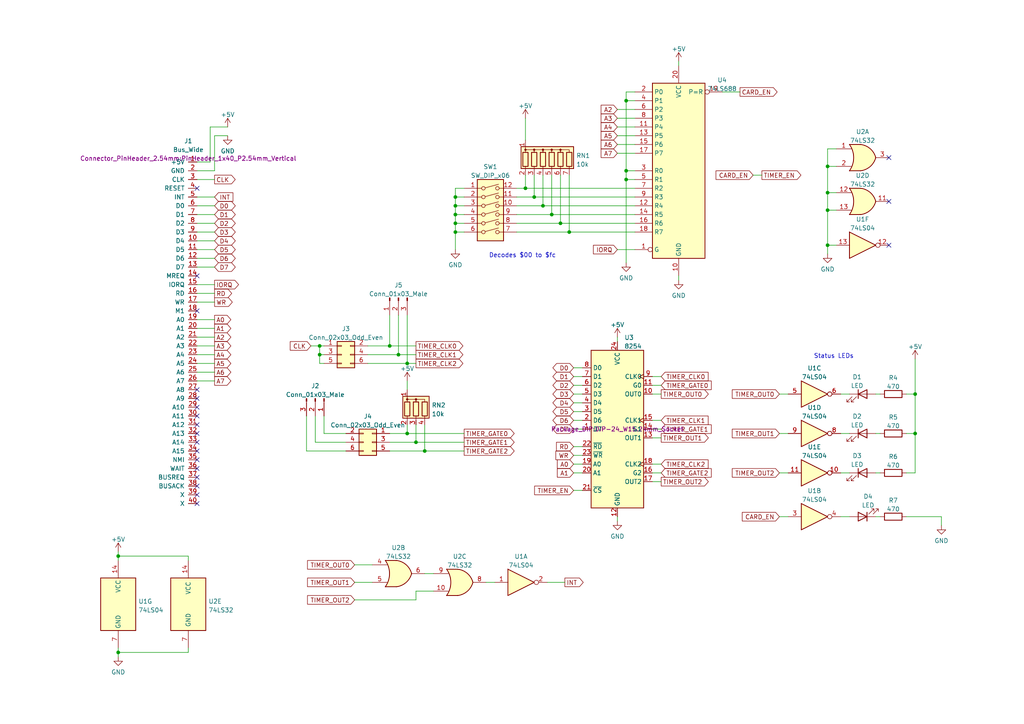
<source format=kicad_sch>
(kicad_sch (version 20211123) (generator eeschema)
  (paper "A4")
  (lib_symbols
    (symbol "74xx:74LS04"
      (property "Reference" "U" (at 0 1.27 0))
      (property "Value" "74LS04" (at 0 -1.27 0))
      (symbol "74LS04_1_0"
        (pin input line (at -7.62 0 0) (length 3.81) (name "~") (number "1"))
        (pin output inverted (at 7.62 0 180) (length 3.81) (name "~") (number "2"))
      )
      (symbol "74LS04_2_0"
        (pin input line (at -7.62 0 0) (length 3.81) (name "~") (number "3"))
        (pin output inverted (at 7.62 0 180) (length 3.81) (name "~") (number "4"))
      )
      (symbol "74LS04_3_0"
        (pin input line (at -7.62 0 0) (length 3.81) (name "~") (number "5"))
        (pin output inverted (at 7.62 0 180) (length 3.81) (name "~") (number "6"))
      )
      (symbol "74LS04_4_0"
        (pin output inverted (at 7.62 0 180) (length 3.81) (name "~") (number "8"))
        (pin input line (at -7.62 0 0) (length 3.81) (name "~") (number "9"))
      )
      (symbol "74LS04_5_0"
        (pin output inverted (at 7.62 0 180) (length 3.81) (name "~") (number "10"))
        (pin input line (at -7.62 0 0) (length 3.81) (name "~") (number "11"))
      )
      (symbol "74LS04_6_0"
        (pin output inverted (at 7.62 0 180) (length 3.81) (name "~") (number "12"))
        (pin input line (at -7.62 0 0) (length 3.81) (name "~") (number "13"))
      )
      (symbol "74LS04_7_0"
        (pin power_in line (at 0 12.7 270) (length 5.08) (name "VCC") (number "14"))
        (pin power_in line (at 0 -12.7 90) (length 5.08) (name "GND") (number "7"))
      )
    )
    (symbol "74xx:74LS32" (pin_names (offset 1.016))
      (property "Reference" "U" (at 0 1.27 0))
      (property "Value" "74LS32" (at 0 -1.27 0))
      (symbol "74LS32_1_1"
        (pin input line (at -7.62 2.54 0) (length 4.318) (name "~") (number "1"))
        (pin input line (at -7.62 -2.54 0) (length 4.318) (name "~") (number "2"))
        (pin output line (at 7.62 0 180) (length 3.81) (name "~") (number "3"))
      )
      (symbol "74LS32_1_2"
        (pin input inverted (at -7.62 2.54 0) (length 3.81) (name "~") (number "1"))
        (pin input inverted (at -7.62 -2.54 0) (length 3.81) (name "~") (number "2"))
        (pin output inverted (at 7.62 0 180) (length 3.81) (name "~") (number "3"))
      )
      (symbol "74LS32_2_1"
        (pin input line (at -7.62 2.54 0) (length 4.318) (name "~") (number "4"))
        (pin input line (at -7.62 -2.54 0) (length 4.318) (name "~") (number "5"))
        (pin output line (at 7.62 0 180) (length 3.81) (name "~") (number "6"))
      )
      (symbol "74LS32_2_2"
        (pin input inverted (at -7.62 2.54 0) (length 3.81) (name "~") (number "4"))
        (pin input inverted (at -7.62 -2.54 0) (length 3.81) (name "~") (number "5"))
        (pin output inverted (at 7.62 0 180) (length 3.81) (name "~") (number "6"))
      )
      (symbol "74LS32_3_1"
        (pin input line (at -7.62 -2.54 0) (length 4.318) (name "~") (number "10"))
        (pin output line (at 7.62 0 180) (length 3.81) (name "~") (number "8"))
        (pin input line (at -7.62 2.54 0) (length 4.318) (name "~") (number "9"))
      )
      (symbol "74LS32_3_2"
        (pin input inverted (at -7.62 -2.54 0) (length 3.81) (name "~") (number "10"))
        (pin output inverted (at 7.62 0 180) (length 3.81) (name "~") (number "8"))
        (pin input inverted (at -7.62 2.54 0) (length 3.81) (name "~") (number "9"))
      )
      (symbol "74LS32_4_1"
        (pin output line (at 7.62 0 180) (length 3.81) (name "~") (number "11"))
        (pin input line (at -7.62 2.54 0) (length 4.318) (name "~") (number "12"))
        (pin input line (at -7.62 -2.54 0) (length 4.318) (name "~") (number "13"))
      )
      (symbol "74LS32_4_2"
        (pin output inverted (at 7.62 0 180) (length 3.81) (name "~") (number "11"))
        (pin input inverted (at -7.62 2.54 0) (length 3.81) (name "~") (number "12"))
        (pin input inverted (at -7.62 -2.54 0) (length 3.81) (name "~") (number "13"))
      )
      (symbol "74LS32_5_0"
        (pin power_in line (at 0 12.7 270) (length 5.08) (name "VCC") (number "14"))
        (pin power_in line (at 0 -12.7 90) (length 5.08) (name "GND") (number "7"))
      )
    )
    (symbol "74xx:74LS688"
      (property "Reference" "U" (at -7.62 26.67 0))
      (property "Value" "74LS688" (at -7.62 -26.67 0))
      (symbol "74LS688_1_0"
        (pin input inverted (at -12.7 -22.86 0) (length 5.08) (name "G") (number "1"))
        (pin power_in line (at 0 -30.48 90) (length 5.08) (name "GND") (number "10"))
        (pin input line (at -12.7 12.7 0) (length 5.08) (name "P4") (number "11"))
        (pin input line (at -12.7 -10.16 0) (length 5.08) (name "R4") (number "12"))
        (pin input line (at -12.7 10.16 0) (length 5.08) (name "P5") (number "13"))
        (pin input line (at -12.7 -12.7 0) (length 5.08) (name "R5") (number "14"))
        (pin input line (at -12.7 7.62 0) (length 5.08) (name "P6") (number "15"))
        (pin input line (at -12.7 -15.24 0) (length 5.08) (name "R6") (number "16"))
        (pin input line (at -12.7 5.08 0) (length 5.08) (name "P7") (number "17"))
        (pin input line (at -12.7 -17.78 0) (length 5.08) (name "R7") (number "18"))
        (pin output inverted (at 12.7 22.86 180) (length 5.08) (name "P=R") (number "19"))
        (pin input line (at -12.7 22.86 0) (length 5.08) (name "P0") (number "2"))
        (pin power_in line (at 0 30.48 270) (length 5.08) (name "VCC") (number "20"))
        (pin input line (at -12.7 0 0) (length 5.08) (name "R0") (number "3"))
        (pin input line (at -12.7 20.32 0) (length 5.08) (name "P1") (number "4"))
        (pin input line (at -12.7 -2.54 0) (length 5.08) (name "R1") (number "5"))
        (pin input line (at -12.7 17.78 0) (length 5.08) (name "P2") (number "6"))
        (pin input line (at -12.7 -5.08 0) (length 5.08) (name "R2") (number "7"))
        (pin input line (at -12.7 15.24 0) (length 5.08) (name "P3") (number "8"))
        (pin input line (at -12.7 -7.62 0) (length 5.08) (name "R3") (number "9"))
      )
    )
    (symbol "Connector:Conn_01x03_Male" (pin_names (offset 1.016) hide)
      (property "Reference" "J" (at 0 5.08 0))
      (property "Value" "Conn_01x03_Male" (at 0 -5.08 0))
      (symbol "Conn_01x03_Male_1_1"
        (pin passive line (at 5.08 2.54 180) (length 3.81) (name "Pin_1") (number "1"))
        (pin passive line (at 5.08 0 180) (length 3.81) (name "Pin_2") (number "2"))
        (pin passive line (at 5.08 -2.54 180) (length 3.81) (name "Pin_3") (number "3"))
      )
    )
    (symbol "Connector_Generic:Conn_02x03_Odd_Even" (pin_names (offset 1.016) hide)
      (property "Reference" "J" (at 1.27 5.08 0))
      (property "Value" "Conn_02x03_Odd_Even" (at 1.27 -5.08 0))
      (symbol "Conn_02x03_Odd_Even_1_1"
        (pin passive line (at -5.08 2.54 0) (length 3.81) (name "Pin_1") (number "1"))
        (pin passive line (at 7.62 2.54 180) (length 3.81) (name "Pin_2") (number "2"))
        (pin passive line (at -5.08 0 0) (length 3.81) (name "Pin_3") (number "3"))
        (pin passive line (at 7.62 0 180) (length 3.81) (name "Pin_4") (number "4"))
        (pin passive line (at -5.08 -2.54 0) (length 3.81) (name "Pin_5") (number "5"))
        (pin passive line (at 7.62 -2.54 180) (length 3.81) (name "Pin_6") (number "6"))
      )
    )
    (symbol "Device:LED" (pin_numbers hide) (pin_names (offset 1.016) hide)
      (property "Reference" "D" (at 0 2.54 0))
      (property "Value" "LED" (at 0 -2.54 0))
      (symbol "LED_1_1"
        (pin passive line (at -3.81 0 0) (length 2.54) (name "K") (number "1"))
        (pin passive line (at 3.81 0 180) (length 2.54) (name "A") (number "2"))
      )
    )
    (symbol "Device:R" (pin_numbers hide) (pin_names (offset 0))
      (property "Reference" "R" (at 2.032 0 90))
      (property "Value" "R" (at 0 0 90))
      (symbol "R_1_1"
        (pin passive line (at 0 3.81 270) (length 1.27) (name "~") (number "1"))
        (pin passive line (at 0 -3.81 90) (length 1.27) (name "~") (number "2"))
      )
    )
    (symbol "Device:R_Network03" (pin_names (offset 0) hide)
      (property "Reference" "RN" (at -5.08 0 90))
      (property "Value" "R_Network03" (at 5.08 0 90))
      (symbol "R_Network03_1_1"
        (pin passive line (at -2.54 5.08 270) (length 2.54) (name "common") (number "1"))
        (pin passive line (at -2.54 -5.08 90) (length 1.27) (name "R1") (number "2"))
        (pin passive line (at 0 -5.08 90) (length 1.27) (name "R2") (number "3"))
        (pin passive line (at 2.54 -5.08 90) (length 1.27) (name "R3") (number "4"))
      )
    )
    (symbol "Device:R_Network06" (pin_names (offset 0) hide)
      (property "Reference" "RN" (at -10.16 0 90))
      (property "Value" "R_Network06" (at 7.62 0 90))
      (symbol "R_Network06_1_1"
        (pin passive line (at -7.62 5.08 270) (length 2.54) (name "common") (number "1"))
        (pin passive line (at -7.62 -5.08 90) (length 1.27) (name "R1") (number "2"))
        (pin passive line (at -5.08 -5.08 90) (length 1.27) (name "R2") (number "3"))
        (pin passive line (at -2.54 -5.08 90) (length 1.27) (name "R3") (number "4"))
        (pin passive line (at 0 -5.08 90) (length 1.27) (name "R4") (number "5"))
        (pin passive line (at 2.54 -5.08 90) (length 1.27) (name "R5") (number "6"))
        (pin passive line (at 5.08 -5.08 90) (length 1.27) (name "R6") (number "7"))
      )
    )
    (symbol "ModularZ80:Bus_Wide" (pin_names (offset 1.016))
      (property "Reference" "J" (at 0 34.29 0))
      (property "Value" "Bus_Wide" (at 0 -71.12 0))
      (property "Footprint" "Connector_PinHeader_2.54mm:PinHeader_1x40_P2.54mm_Vertical" (at 0 0 0))
      (symbol "Bus_Wide_1_1"
        (pin power_out line (at -2.54 30.48 0) (length 2.54) (name "+5V") (number "1"))
        (pin bidirectional line (at -2.54 7.62 0) (length 2.54) (name "D4") (number "10"))
        (pin bidirectional line (at -2.54 5.08 0) (length 2.54) (name "D5") (number "11"))
        (pin bidirectional line (at -2.54 2.54 0) (length 2.54) (name "D6") (number "12"))
        (pin bidirectional line (at -2.54 0 0) (length 2.54) (name "D7") (number "13"))
        (pin bidirectional line (at -2.54 -2.54 0) (length 2.54) (name "MREQ") (number "14"))
        (pin bidirectional line (at -2.54 -5.08 0) (length 2.54) (name "IORQ") (number "15"))
        (pin bidirectional line (at -2.54 -7.62 0) (length 2.54) (name "RD") (number "16"))
        (pin bidirectional line (at -2.54 -10.16 0) (length 2.54) (name "WR") (number "17"))
        (pin bidirectional line (at -2.54 -12.7 0) (length 2.54) (name "M1") (number "18"))
        (pin bidirectional line (at -2.54 -15.24 0) (length 2.54) (name "A0") (number "19"))
        (pin power_out line (at -2.54 27.94 0) (length 2.54) (name "GND") (number "2"))
        (pin bidirectional line (at -2.54 -17.78 0) (length 2.54) (name "A1") (number "20"))
        (pin bidirectional line (at -2.54 -20.32 0) (length 2.54) (name "A2") (number "21"))
        (pin bidirectional line (at -2.54 -22.86 0) (length 2.54) (name "A3") (number "22"))
        (pin bidirectional line (at -2.54 -25.4 0) (length 2.54) (name "A4") (number "23"))
        (pin bidirectional line (at -2.54 -27.94 0) (length 2.54) (name "A5") (number "24"))
        (pin bidirectional line (at -2.54 -30.48 0) (length 2.54) (name "A6") (number "25"))
        (pin bidirectional line (at -2.54 -33.02 0) (length 2.54) (name "A7") (number "26"))
        (pin bidirectional line (at -2.54 -35.56 0) (length 2.54) (name "A8") (number "27"))
        (pin bidirectional line (at -2.54 -38.1 0) (length 2.54) (name "A9") (number "28"))
        (pin bidirectional line (at -2.54 -40.64 0) (length 2.54) (name "A10") (number "29"))
        (pin output line (at -2.54 25.4 0) (length 2.54) (name "CLK") (number "3"))
        (pin bidirectional line (at -2.54 -43.18 0) (length 2.54) (name "A11") (number "30"))
        (pin bidirectional line (at -2.54 -45.72 0) (length 2.54) (name "A12") (number "31"))
        (pin bidirectional line (at -2.54 -48.26 0) (length 2.54) (name "A13") (number "32"))
        (pin bidirectional line (at -2.54 -50.8 0) (length 2.54) (name "A14") (number "33"))
        (pin bidirectional line (at -2.54 -53.34 0) (length 2.54) (name "A15") (number "34"))
        (pin bidirectional line (at -2.54 -55.88 0) (length 2.54) (name "NMI") (number "35"))
        (pin bidirectional line (at -2.54 -58.42 0) (length 2.54) (name "WAIT") (number "36"))
        (pin bidirectional line (at -2.54 -60.96 0) (length 2.54) (name "BUSREQ") (number "37"))
        (pin bidirectional line (at -2.54 -63.5 0) (length 2.54) (name "BUSACK") (number "38"))
        (pin bidirectional line (at -2.54 -66.04 0) (length 2.54) (name "X") (number "39"))
        (pin output line (at -2.54 22.86 0) (length 2.54) (name "RESET") (number "4"))
        (pin bidirectional line (at -2.54 -68.58 0) (length 2.54) (name "X") (number "40"))
        (pin bidirectional line (at -2.54 20.32 0) (length 2.54) (name "INT") (number "5"))
        (pin bidirectional line (at -2.54 17.78 0) (length 2.54) (name "D0") (number "6"))
        (pin bidirectional line (at -2.54 15.24 0) (length 2.54) (name "D1") (number "7"))
        (pin bidirectional line (at -2.54 12.7 0) (length 2.54) (name "D2") (number "8"))
        (pin bidirectional line (at -2.54 10.16 0) (length 2.54) (name "D3") (number "9"))
      )
    )
    (symbol "Switch:SW_DIP_x06" (pin_names (offset 0) hide)
      (property "Reference" "SW" (at 0 11.43 0))
      (property "Value" "SW_DIP_x06" (at 0 -8.89 0))
      (symbol "SW_DIP_x06_1_1"
        (pin passive line (at -7.62 7.62 0) (length 5.08) (name "~") (number "1"))
        (pin passive line (at 7.62 2.54 180) (length 5.08) (name "~") (number "10"))
        (pin passive line (at 7.62 5.08 180) (length 5.08) (name "~") (number "11"))
        (pin passive line (at 7.62 7.62 180) (length 5.08) (name "~") (number "12"))
        (pin passive line (at -7.62 5.08 0) (length 5.08) (name "~") (number "2"))
        (pin passive line (at -7.62 2.54 0) (length 5.08) (name "~") (number "3"))
        (pin passive line (at -7.62 0 0) (length 5.08) (name "~") (number "4"))
        (pin passive line (at -7.62 -2.54 0) (length 5.08) (name "~") (number "5"))
        (pin passive line (at -7.62 -5.08 0) (length 5.08) (name "~") (number "6"))
        (pin passive line (at 7.62 -5.08 180) (length 5.08) (name "~") (number "7"))
        (pin passive line (at 7.62 -2.54 180) (length 5.08) (name "~") (number "8"))
        (pin passive line (at 7.62 0 180) (length 5.08) (name "~") (number "9"))
      )
    )
    (symbol "Timer:8254"
      (property "Reference" "U" (at -5.08 24.13 0))
      (property "Value" "8254" (at 2.54 24.13 0))
      (symbol "8254_1_1"
        (pin bidirectional line (at -10.16 0 0) (length 2.54) (name "D7") (number "1"))
        (pin output line (at 10.16 10.16 180) (length 2.54) (name "OUT0") (number "10"))
        (pin input line (at 10.16 12.7 180) (length 2.54) (name "G0") (number "11"))
        (pin power_in line (at 0 -25.4 90) (length 2.54) (name "GND") (number "12"))
        (pin output line (at 10.16 -2.54 180) (length 2.54) (name "OUT1") (number "13"))
        (pin input line (at 10.16 0 180) (length 2.54) (name "G1") (number "14"))
        (pin input clock (at 10.16 2.54 180) (length 2.54) (name "CLK1") (number "15"))
        (pin input line (at 10.16 -12.7 180) (length 2.54) (name "G2") (number "16"))
        (pin output line (at 10.16 -15.24 180) (length 2.54) (name "OUT2") (number "17"))
        (pin input clock (at 10.16 -10.16 180) (length 2.54) (name "CLK2") (number "18"))
        (pin input line (at -10.16 -10.16 0) (length 2.54) (name "A0") (number "19"))
        (pin bidirectional line (at -10.16 2.54 0) (length 2.54) (name "D6") (number "2"))
        (pin input line (at -10.16 -12.7 0) (length 2.54) (name "A1") (number "20"))
        (pin input line (at -10.16 -17.78 0) (length 2.54) (name "~{CS}") (number "21"))
        (pin input line (at -10.16 -5.08 0) (length 2.54) (name "~{RD}") (number "22"))
        (pin input line (at -10.16 -7.62 0) (length 2.54) (name "~{WR}") (number "23"))
        (pin power_in line (at 0 25.4 270) (length 2.54) (name "VCC") (number "24"))
        (pin bidirectional line (at -10.16 5.08 0) (length 2.54) (name "D5") (number "3"))
        (pin bidirectional line (at -10.16 7.62 0) (length 2.54) (name "D4") (number "4"))
        (pin bidirectional line (at -10.16 10.16 0) (length 2.54) (name "D3") (number "5"))
        (pin bidirectional line (at -10.16 12.7 0) (length 2.54) (name "D2") (number "6"))
        (pin bidirectional line (at -10.16 15.24 0) (length 2.54) (name "D1") (number "7"))
        (pin bidirectional line (at -10.16 17.78 0) (length 2.54) (name "D0") (number "8"))
        (pin input clock (at 10.16 15.24 180) (length 2.54) (name "CLK0") (number "9"))
      )
    )
    (symbol "power:+5V" (power) (pin_names (offset 0))
      (property "Value" "+5V" (at 0 3.556 0))
      (symbol "+5V_1_1"
        (pin power_in line (at 0 0 90) (length 0) hide (name "+5V") (number "1"))
      )
    )
    (symbol "power:GND" (power) (pin_names (offset 0))
      (property "Value" "GND" (at 0 -3.81 0))
      (symbol "GND_1_1"
        (pin power_in line (at 0 0 270) (length 0) hide (name "GND") (number "1"))
      )
    )
  )
  (junction (at 240.03 71.12))
  (junction (at 132.08 59.69))
  (junction (at 265.43 125.73))
  (junction (at 154.94 57.15))
  (junction (at 152.4 54.61))
  (junction (at 118.11 125.73))
  (junction (at 132.08 62.23))
  (junction (at 240.03 48.26))
  (junction (at 240.03 60.96))
  (junction (at 132.08 64.77))
  (junction (at 132.08 67.31))
  (junction (at 181.61 29.21))
  (junction (at 165.1 67.31))
  (junction (at 115.57 102.87))
  (junction (at 240.03 55.88))
  (junction (at 181.61 52.07))
  (junction (at 118.11 105.41))
  (junction (at 157.48 59.69))
  (junction (at 162.56 64.77))
  (junction (at 160.02 62.23))
  (junction (at 113.03 100.33))
  (junction (at 92.71 102.87))
  (junction (at 34.29 189.23))
  (junction (at 132.08 57.15))
  (junction (at 92.71 100.33))
  (junction (at 34.29 161.29))
  (junction (at 120.65 128.27))
  (junction (at 181.61 49.53))
  (junction (at 123.19 130.81))
  (junction (at 265.43 114.3))
  (no_connect (at 57.15 54.61))
  (no_connect (at 57.15 80.01))
  (no_connect (at 257.81 45.72))
  (no_connect (at 257.81 71.12))
  (no_connect (at 257.81 58.42))
  (no_connect (at 57.15 113.03))
  (no_connect (at 57.15 115.57))
  (no_connect (at 57.15 118.11))
  (no_connect (at 57.15 120.65))
  (no_connect (at 57.15 90.17))
  (no_connect (at 57.15 123.19))
  (no_connect (at 57.15 125.73))
  (no_connect (at 57.15 128.27))
  (no_connect (at 57.15 130.81))
  (no_connect (at 57.15 133.35))
  (no_connect (at 57.15 135.89))
  (no_connect (at 57.15 138.43))
  (no_connect (at 57.15 146.05))
  (no_connect (at 57.15 140.97))
  (no_connect (at 57.15 143.51))
  (wire (pts (xy 181.61 49.53) (xy 181.61 52.07)))
  (wire (pts (xy 265.43 137.16) (xy 262.89 137.16)))
  (wire (pts (xy 118.11 123.19) (xy 118.11 125.73)))
  (wire (pts (xy 254 114.3) (xy 255.27 114.3)))
  (wire (pts (xy 132.08 67.31) (xy 134.62 67.31)))
  (wire (pts (xy 113.03 130.81) (xy 123.19 130.81)))
  (wire (pts (xy 57.15 87.63) (xy 62.23 87.63)))
  (wire (pts (xy 149.86 59.69) (xy 157.48 59.69)))
  (wire (pts (xy 132.08 64.77) (xy 134.62 64.77)))
  (wire (pts (xy 92.71 102.87) (xy 92.71 100.33)))
  (wire (pts (xy 57.15 85.09) (xy 62.23 85.09)))
  (wire (pts (xy 132.08 64.77) (xy 132.08 67.31)))
  (wire (pts (xy 166.37 106.68) (xy 168.91 106.68)))
  (wire (pts (xy 157.48 59.69) (xy 184.15 59.69)))
  (wire (pts (xy 57.15 107.95) (xy 62.23 107.95)))
  (wire (pts (xy 34.29 160.02) (xy 34.29 161.29)))
  (wire (pts (xy 262.89 114.3) (xy 265.43 114.3)))
  (wire (pts (xy 57.15 72.39) (xy 62.23 72.39)))
  (wire (pts (xy 189.23 134.62) (xy 191.77 134.62)))
  (wire (pts (xy 162.56 64.77) (xy 184.15 64.77)))
  (wire (pts (xy 179.07 36.83) (xy 184.15 36.83)))
  (wire (pts (xy 132.08 59.69) (xy 132.08 62.23)))
  (wire (pts (xy 88.9 120.65) (xy 88.9 130.81)))
  (wire (pts (xy 132.08 54.61) (xy 132.08 57.15)))
  (wire (pts (xy 149.86 67.31) (xy 165.1 67.31)))
  (wire (pts (xy 189.23 111.76) (xy 191.77 111.76)))
  (wire (pts (xy 120.65 171.45) (xy 125.73 171.45)))
  (wire (pts (xy 166.37 121.92) (xy 168.91 121.92)))
  (wire (pts (xy 118.11 105.41) (xy 120.65 105.41)))
  (wire (pts (xy 152.4 34.29) (xy 152.4 40.64)))
  (wire (pts (xy 152.4 50.8) (xy 152.4 54.61)))
  (wire (pts (xy 132.08 59.69) (xy 134.62 59.69)))
  (wire (pts (xy 102.87 173.99) (xy 120.65 173.99)))
  (wire (pts (xy 60.96 36.83) (xy 60.96 46.99)))
  (wire (pts (xy 226.06 114.3) (xy 228.6 114.3)))
  (wire (pts (xy 179.07 72.39) (xy 184.15 72.39)))
  (wire (pts (xy 181.61 49.53) (xy 184.15 49.53)))
  (wire (pts (xy 120.65 123.19) (xy 120.65 128.27)))
  (wire (pts (xy 181.61 52.07) (xy 184.15 52.07)))
  (wire (pts (xy 240.03 71.12) (xy 240.03 73.66)))
  (wire (pts (xy 91.44 120.65) (xy 91.44 128.27)))
  (wire (pts (xy 57.15 97.79) (xy 62.23 97.79)))
  (wire (pts (xy 240.03 43.18) (xy 242.57 43.18)))
  (wire (pts (xy 254 125.73) (xy 255.27 125.73)))
  (wire (pts (xy 189.23 124.46) (xy 191.77 124.46)))
  (wire (pts (xy 189.23 127) (xy 191.77 127)))
  (wire (pts (xy 165.1 67.31) (xy 184.15 67.31)))
  (wire (pts (xy 166.37 142.24) (xy 168.91 142.24)))
  (wire (pts (xy 165.1 50.8) (xy 165.1 67.31)))
  (wire (pts (xy 179.07 39.37) (xy 184.15 39.37)))
  (wire (pts (xy 265.43 104.14) (xy 265.43 114.3)))
  (wire (pts (xy 57.15 92.71) (xy 62.23 92.71)))
  (wire (pts (xy 106.68 105.41) (xy 118.11 105.41)))
  (wire (pts (xy 132.08 57.15) (xy 132.08 59.69)))
  (wire (pts (xy 158.75 168.91) (xy 163.83 168.91)))
  (wire (pts (xy 265.43 114.3) (xy 265.43 125.73)))
  (wire (pts (xy 218.44 50.8) (xy 220.98 50.8)))
  (wire (pts (xy 240.03 71.12) (xy 242.57 71.12)))
  (wire (pts (xy 57.15 110.49) (xy 62.23 110.49)))
  (wire (pts (xy 243.84 149.86) (xy 246.38 149.86)))
  (wire (pts (xy 88.9 130.81) (xy 100.33 130.81)))
  (wire (pts (xy 240.03 48.26) (xy 242.57 48.26)))
  (wire (pts (xy 118.11 110.49) (xy 118.11 113.03)))
  (wire (pts (xy 34.29 161.29) (xy 54.61 161.29)))
  (wire (pts (xy 118.11 105.41) (xy 118.11 91.44)))
  (wire (pts (xy 166.37 114.3) (xy 168.91 114.3)))
  (wire (pts (xy 179.07 31.75) (xy 184.15 31.75)))
  (wire (pts (xy 57.15 82.55) (xy 62.23 82.55)))
  (wire (pts (xy 254 137.16) (xy 255.27 137.16)))
  (wire (pts (xy 91.44 128.27) (xy 100.33 128.27)))
  (wire (pts (xy 123.19 166.37) (xy 125.73 166.37)))
  (wire (pts (xy 57.15 57.15) (xy 62.23 57.15)))
  (wire (pts (xy 134.62 54.61) (xy 132.08 54.61)))
  (wire (pts (xy 240.03 43.18) (xy 240.03 48.26)))
  (wire (pts (xy 57.15 100.33) (xy 62.23 100.33)))
  (wire (pts (xy 166.37 124.46) (xy 168.91 124.46)))
  (wire (pts (xy 93.98 125.73) (xy 100.33 125.73)))
  (wire (pts (xy 57.15 64.77) (xy 62.23 64.77)))
  (wire (pts (xy 166.37 119.38) (xy 168.91 119.38)))
  (wire (pts (xy 265.43 125.73) (xy 265.43 137.16)))
  (wire (pts (xy 120.65 173.99) (xy 120.65 171.45)))
  (wire (pts (xy 66.04 36.83) (xy 60.96 36.83)))
  (wire (pts (xy 160.02 62.23) (xy 184.15 62.23)))
  (wire (pts (xy 113.03 125.73) (xy 118.11 125.73)))
  (wire (pts (xy 149.86 54.61) (xy 152.4 54.61)))
  (wire (pts (xy 123.19 123.19) (xy 123.19 130.81)))
  (wire (pts (xy 62.23 39.37) (xy 66.04 39.37)))
  (wire (pts (xy 226.06 149.86) (xy 228.6 149.86)))
  (wire (pts (xy 106.68 100.33) (xy 113.03 100.33)))
  (wire (pts (xy 34.29 189.23) (xy 34.29 190.5)))
  (wire (pts (xy 57.15 52.07) (xy 62.23 52.07)))
  (wire (pts (xy 115.57 102.87) (xy 120.65 102.87)))
  (wire (pts (xy 57.15 74.93) (xy 62.23 74.93)))
  (wire (pts (xy 166.37 111.76) (xy 168.91 111.76)))
  (wire (pts (xy 120.65 128.27) (xy 134.62 128.27)))
  (wire (pts (xy 106.68 102.87) (xy 115.57 102.87)))
  (wire (pts (xy 123.19 130.81) (xy 134.62 130.81)))
  (wire (pts (xy 92.71 105.41) (xy 92.71 102.87)))
  (wire (pts (xy 113.03 100.33) (xy 113.03 91.44)))
  (wire (pts (xy 34.29 187.96) (xy 34.29 189.23)))
  (wire (pts (xy 160.02 50.8) (xy 160.02 62.23)))
  (wire (pts (xy 243.84 125.73) (xy 246.38 125.73)))
  (wire (pts (xy 240.03 60.96) (xy 242.57 60.96)))
  (wire (pts (xy 90.17 100.33) (xy 92.71 100.33)))
  (wire (pts (xy 102.87 163.83) (xy 107.95 163.83)))
  (wire (pts (xy 113.03 100.33) (xy 120.65 100.33)))
  (wire (pts (xy 149.86 62.23) (xy 160.02 62.23)))
  (wire (pts (xy 152.4 54.61) (xy 184.15 54.61)))
  (wire (pts (xy 240.03 48.26) (xy 240.03 55.88)))
  (wire (pts (xy 54.61 187.96) (xy 54.61 189.23)))
  (wire (pts (xy 115.57 102.87) (xy 115.57 91.44)))
  (wire (pts (xy 196.85 80.01) (xy 196.85 81.28)))
  (wire (pts (xy 132.08 62.23) (xy 132.08 64.77)))
  (wire (pts (xy 243.84 114.3) (xy 246.38 114.3)))
  (wire (pts (xy 226.06 137.16) (xy 228.6 137.16)))
  (wire (pts (xy 57.15 105.41) (xy 62.23 105.41)))
  (wire (pts (xy 179.07 34.29) (xy 184.15 34.29)))
  (wire (pts (xy 60.96 46.99) (xy 57.15 46.99)))
  (wire (pts (xy 189.23 109.22) (xy 191.77 109.22)))
  (wire (pts (xy 149.86 57.15) (xy 154.94 57.15)))
  (wire (pts (xy 254 149.86) (xy 255.27 149.86)))
  (wire (pts (xy 181.61 29.21) (xy 184.15 29.21)))
  (wire (pts (xy 166.37 134.62) (xy 168.91 134.62)))
  (wire (pts (xy 54.61 162.56) (xy 54.61 161.29)))
  (wire (pts (xy 92.71 100.33) (xy 93.98 100.33)))
  (wire (pts (xy 57.15 77.47) (xy 62.23 77.47)))
  (wire (pts (xy 240.03 55.88) (xy 240.03 60.96)))
  (wire (pts (xy 196.85 17.78) (xy 196.85 19.05)))
  (wire (pts (xy 240.03 55.88) (xy 242.57 55.88)))
  (wire (pts (xy 166.37 132.08) (xy 168.91 132.08)))
  (wire (pts (xy 57.15 102.87) (xy 62.23 102.87)))
  (wire (pts (xy 157.48 50.8) (xy 157.48 59.69)))
  (wire (pts (xy 57.15 95.25) (xy 62.23 95.25)))
  (wire (pts (xy 179.07 44.45) (xy 184.15 44.45)))
  (wire (pts (xy 240.03 60.96) (xy 240.03 71.12)))
  (wire (pts (xy 189.23 137.16) (xy 191.77 137.16)))
  (wire (pts (xy 93.98 102.87) (xy 92.71 102.87)))
  (wire (pts (xy 62.23 49.53) (xy 62.23 39.37)))
  (wire (pts (xy 93.98 105.41) (xy 92.71 105.41)))
  (wire (pts (xy 181.61 26.67) (xy 181.61 29.21)))
  (wire (pts (xy 57.15 69.85) (xy 62.23 69.85)))
  (wire (pts (xy 132.08 67.31) (xy 132.08 72.39)))
  (wire (pts (xy 179.07 97.79) (xy 179.07 99.06)))
  (wire (pts (xy 166.37 116.84) (xy 168.91 116.84)))
  (wire (pts (xy 102.87 168.91) (xy 107.95 168.91)))
  (wire (pts (xy 181.61 29.21) (xy 181.61 49.53)))
  (wire (pts (xy 166.37 109.22) (xy 168.91 109.22)))
  (wire (pts (xy 189.23 139.7) (xy 191.77 139.7)))
  (wire (pts (xy 57.15 62.23) (xy 62.23 62.23)))
  (wire (pts (xy 262.89 125.73) (xy 265.43 125.73)))
  (wire (pts (xy 154.94 50.8) (xy 154.94 57.15)))
  (wire (pts (xy 132.08 62.23) (xy 134.62 62.23)))
  (wire (pts (xy 57.15 67.31) (xy 62.23 67.31)))
  (wire (pts (xy 113.03 128.27) (xy 120.65 128.27)))
  (wire (pts (xy 262.89 149.86) (xy 273.05 149.86)))
  (wire (pts (xy 209.55 26.67) (xy 214.63 26.67)))
  (wire (pts (xy 149.86 64.77) (xy 162.56 64.77)))
  (wire (pts (xy 189.23 114.3) (xy 191.77 114.3)))
  (wire (pts (xy 243.84 137.16) (xy 246.38 137.16)))
  (wire (pts (xy 189.23 121.92) (xy 191.77 121.92)))
  (wire (pts (xy 166.37 129.54) (xy 168.91 129.54)))
  (wire (pts (xy 166.37 137.16) (xy 168.91 137.16)))
  (wire (pts (xy 54.61 189.23) (xy 34.29 189.23)))
  (wire (pts (xy 226.06 125.73) (xy 228.6 125.73)))
  (wire (pts (xy 134.62 57.15) (xy 132.08 57.15)))
  (wire (pts (xy 57.15 59.69) (xy 62.23 59.69)))
  (wire (pts (xy 179.07 41.91) (xy 184.15 41.91)))
  (wire (pts (xy 93.98 120.65) (xy 93.98 125.73)))
  (wire (pts (xy 181.61 26.67) (xy 184.15 26.67)))
  (wire (pts (xy 118.11 125.73) (xy 134.62 125.73)))
  (wire (pts (xy 57.15 49.53) (xy 62.23 49.53)))
  (wire (pts (xy 273.05 149.86) (xy 273.05 152.4)))
  (wire (pts (xy 154.94 57.15) (xy 184.15 57.15)))
  (wire (pts (xy 181.61 52.07) (xy 181.61 76.2)))
  (wire (pts (xy 140.97 168.91) (xy 143.51 168.91)))
  (wire (pts (xy 179.07 149.86) (xy 179.07 151.13)))
  (wire (pts (xy 162.56 50.8) (xy 162.56 64.77)))
  (wire (pts (xy 34.29 161.29) (xy 34.29 162.56)))
  (text "Decodes $00 to $fc\n" (at 161.29 74.93 180) (effects (font (size 1.27 1.27)) (justify right bottom)))
  (text "Status LEDs" (at 247.65 104.14 180) (effects (font (size 1.27 1.27)) (justify right bottom)))
  (global_label "D0" (shape bidirectional) (at 62.23 59.69 0) (property "Intersheet References" "${INTERSHEET_REFS}" (effects hide)))
  (global_label "D6" (shape bidirectional) (at 62.23 74.93 0) (property "Intersheet References" "${INTERSHEET_REFS}" (effects hide)))
  (global_label "TIMER_OUT2" (shape output) (at 191.77 139.7 0) (property "Intersheet References" "${INTERSHEET_REFS}" (effects hide)))
  (global_label "TIMER_CLK1" (shape output) (at 120.65 102.87 0) (property "Intersheet References" "${INTERSHEET_REFS}" (effects hide)))
  (global_label "INT" (shape output) (at 163.83 168.91 0) (property "Intersheet References" "${INTERSHEET_REFS}" (effects hide)))
  (global_label "D2" (shape bidirectional) (at 62.23 64.77 0) (property "Intersheet References" "${INTERSHEET_REFS}" (effects hide)))
  (global_label "TIMER_OUT1" (shape input) (at 226.06 125.73 180) (property "Intersheet References" "${INTERSHEET_REFS}" (effects hide)))
  (global_label "INT" (shape input) (at 62.23 57.15 0) (property "Intersheet References" "${INTERSHEET_REFS}" (effects hide)))
  (global_label "A4" (shape input) (at 179.07 36.83 180) (property "Intersheet References" "${INTERSHEET_REFS}" (effects hide)))
  (global_label "CARD_EN" (shape output) (at 214.63 26.67 0) (property "Intersheet References" "${INTERSHEET_REFS}" (effects hide)))
  (global_label "RD" (shape output) (at 62.23 85.09 0) (property "Intersheet References" "${INTERSHEET_REFS}" (effects hide)))
  (global_label "A6" (shape output) (at 62.23 107.95 0) (property "Intersheet References" "${INTERSHEET_REFS}" (effects hide)))
  (global_label "TIMER_GATE1" (shape input) (at 191.77 124.46 0) (property "Intersheet References" "${INTERSHEET_REFS}" (effects hide)))
  (global_label "WR" (shape input) (at 166.37 132.08 180) (property "Intersheet References" "${INTERSHEET_REFS}" (effects hide)))
  (global_label "D5" (shape bidirectional) (at 166.37 119.38 180) (property "Intersheet References" "${INTERSHEET_REFS}" (effects hide)))
  (global_label "D1" (shape bidirectional) (at 166.37 109.22 180) (property "Intersheet References" "${INTERSHEET_REFS}" (effects hide)))
  (global_label "D5" (shape bidirectional) (at 62.23 72.39 0) (property "Intersheet References" "${INTERSHEET_REFS}" (effects hide)))
  (global_label "D1" (shape bidirectional) (at 62.23 62.23 0) (property "Intersheet References" "${INTERSHEET_REFS}" (effects hide)))
  (global_label "A7" (shape output) (at 62.23 110.49 0) (property "Intersheet References" "${INTERSHEET_REFS}" (effects hide)))
  (global_label "A5" (shape output) (at 62.23 105.41 0) (property "Intersheet References" "${INTERSHEET_REFS}" (effects hide)))
  (global_label "D2" (shape bidirectional) (at 166.37 111.76 180) (property "Intersheet References" "${INTERSHEET_REFS}" (effects hide)))
  (global_label "TIMER_GATE0" (shape input) (at 191.77 111.76 0) (property "Intersheet References" "${INTERSHEET_REFS}" (effects hide)))
  (global_label "IORQ" (shape input) (at 179.07 72.39 180) (property "Intersheet References" "${INTERSHEET_REFS}" (effects hide)))
  (global_label "TIMER_CLK0" (shape output) (at 120.65 100.33 0) (property "Intersheet References" "${INTERSHEET_REFS}" (effects hide)))
  (global_label "A3" (shape input) (at 179.07 34.29 180) (property "Intersheet References" "${INTERSHEET_REFS}" (effects hide)))
  (global_label "TIMER_OUT1" (shape output) (at 191.77 127 0) (property "Intersheet References" "${INTERSHEET_REFS}" (effects hide)))
  (global_label "TIMER_GATE2" (shape input) (at 191.77 137.16 0) (property "Intersheet References" "${INTERSHEET_REFS}" (effects hide)))
  (global_label "A5" (shape input) (at 179.07 39.37 180) (property "Intersheet References" "${INTERSHEET_REFS}" (effects hide)))
  (global_label "A1" (shape output) (at 62.23 95.25 0) (property "Intersheet References" "${INTERSHEET_REFS}" (effects hide)))
  (global_label "TIMER_EN" (shape output) (at 220.98 50.8 0) (property "Intersheet References" "${INTERSHEET_REFS}" (effects hide)))
  (global_label "A0" (shape input) (at 166.37 134.62 180) (property "Intersheet References" "${INTERSHEET_REFS}" (effects hide)))
  (global_label "D7" (shape bidirectional) (at 62.23 77.47 0) (property "Intersheet References" "${INTERSHEET_REFS}" (effects hide)))
  (global_label "A7" (shape input) (at 179.07 44.45 180) (property "Intersheet References" "${INTERSHEET_REFS}" (effects hide)))
  (global_label "WR" (shape output) (at 62.23 87.63 0) (property "Intersheet References" "${INTERSHEET_REFS}" (effects hide)))
  (global_label "A3" (shape output) (at 62.23 100.33 0) (property "Intersheet References" "${INTERSHEET_REFS}" (effects hide)))
  (global_label "IORQ" (shape output) (at 62.23 82.55 0) (property "Intersheet References" "${INTERSHEET_REFS}" (effects hide)))
  (global_label "TIMER_OUT2" (shape input) (at 102.87 173.99 180) (property "Intersheet References" "${INTERSHEET_REFS}" (effects hide)))
  (global_label "A1" (shape input) (at 166.37 137.16 180) (property "Intersheet References" "${INTERSHEET_REFS}" (effects hide)))
  (global_label "RD" (shape input) (at 166.37 129.54 180) (property "Intersheet References" "${INTERSHEET_REFS}" (effects hide)))
  (global_label "TIMER_OUT0" (shape output) (at 191.77 114.3 0) (property "Intersheet References" "${INTERSHEET_REFS}" (effects hide)))
  (global_label "CARD_EN" (shape input) (at 218.44 50.8 180) (property "Intersheet References" "${INTERSHEET_REFS}" (effects hide)))
  (global_label "A4" (shape output) (at 62.23 102.87 0) (property "Intersheet References" "${INTERSHEET_REFS}" (effects hide)))
  (global_label "D0" (shape bidirectional) (at 166.37 106.68 180) (property "Intersheet References" "${INTERSHEET_REFS}" (effects hide)))
  (global_label "CLK" (shape output) (at 62.23 52.07 0) (property "Intersheet References" "${INTERSHEET_REFS}" (effects hide)))
  (global_label "TIMER_EN" (shape input) (at 166.37 142.24 180) (property "Intersheet References" "${INTERSHEET_REFS}" (effects hide)))
  (global_label "D4" (shape bidirectional) (at 62.23 69.85 0) (property "Intersheet References" "${INTERSHEET_REFS}" (effects hide)))
  (global_label "TIMER_CLK2" (shape input) (at 191.77 134.62 0) (property "Intersheet References" "${INTERSHEET_REFS}" (effects hide)))
  (global_label "TIMER_CLK2" (shape output) (at 120.65 105.41 0) (property "Intersheet References" "${INTERSHEET_REFS}" (effects hide)))
  (global_label "TIMER_OUT0" (shape input) (at 102.87 163.83 180) (property "Intersheet References" "${INTERSHEET_REFS}" (effects hide)))
  (global_label "D6" (shape bidirectional) (at 166.37 121.92 180) (property "Intersheet References" "${INTERSHEET_REFS}" (effects hide)))
  (global_label "TIMER_CLK1" (shape input) (at 191.77 121.92 0) (property "Intersheet References" "${INTERSHEET_REFS}" (effects hide)))
  (global_label "TIMER_OUT2" (shape input) (at 226.06 137.16 180) (property "Intersheet References" "${INTERSHEET_REFS}" (effects hide)))
  (global_label "CARD_EN" (shape input) (at 226.06 149.86 180) (property "Intersheet References" "${INTERSHEET_REFS}" (effects hide)))
  (global_label "TIMER_GATE1" (shape output) (at 134.62 128.27 0) (property "Intersheet References" "${INTERSHEET_REFS}" (effects hide)))
  (global_label "A6" (shape input) (at 179.07 41.91 180) (property "Intersheet References" "${INTERSHEET_REFS}" (effects hide)))
  (global_label "TIMER_CLK0" (shape input) (at 191.77 109.22 0) (property "Intersheet References" "${INTERSHEET_REFS}" (effects hide)))
  (global_label "TIMER_GATE0" (shape output) (at 134.62 125.73 0) (property "Intersheet References" "${INTERSHEET_REFS}" (effects hide)))
  (global_label "TIMER_OUT1" (shape input) (at 102.87 168.91 180) (property "Intersheet References" "${INTERSHEET_REFS}" (effects hide)))
  (global_label "CLK" (shape input) (at 90.17 100.33 180) (property "Intersheet References" "${INTERSHEET_REFS}" (effects hide)))
  (global_label "A2" (shape input) (at 179.07 31.75 180) (property "Intersheet References" "${INTERSHEET_REFS}" (effects hide)))
  (global_label "A0" (shape output) (at 62.23 92.71 0) (property "Intersheet References" "${INTERSHEET_REFS}" (effects hide)))
  (global_label "D3" (shape bidirectional) (at 166.37 114.3 180) (property "Intersheet References" "${INTERSHEET_REFS}" (effects hide)))
  (global_label "D3" (shape bidirectional) (at 62.23 67.31 0) (property "Intersheet References" "${INTERSHEET_REFS}" (effects hide)))
  (global_label "D7" (shape bidirectional) (at 166.37 124.46 180) (property "Intersheet References" "${INTERSHEET_REFS}" (effects hide)))
  (global_label "D4" (shape bidirectional) (at 166.37 116.84 180) (property "Intersheet References" "${INTERSHEET_REFS}" (effects hide)))
  (global_label "A2" (shape output) (at 62.23 97.79 0) (property "Intersheet References" "${INTERSHEET_REFS}" (effects hide)))
  (global_label "TIMER_OUT0" (shape input) (at 226.06 114.3 180) (property "Intersheet References" "${INTERSHEET_REFS}" (effects hide)))
  (global_label "TIMER_GATE2" (shape output) (at 134.62 130.81 0) (property "Intersheet References" "${INTERSHEET_REFS}" (effects hide)))
  (symbol (lib_id "74xx:74LS32") (at 115.57 166.37 0) (unit 2)
    (property "Reference" "U2" (at 115.57 158.8602 0))
    (property "Value" "74LS32" (at 115.57 161.3971 0))
    (property "Footprint" "Package_DIP:DIP-14_W7.62mm" (effects hide))
    (property "Datasheet" "http://www.ti.com/lit/gpn/sn74LS32" (effects hide))
  )
  (symbol (lib_id "74xx:74LS688") (at 196.85 49.53 0) (unit 1)
    (property "Reference" "U4" (at 209.454 23.2116 0))
    (property "Value" "74LS688" (at 209.454 25.7485 0))
    (property "Footprint" "Package_DIP:DIP-20_W7.62mm" (effects hide))
    (property "Datasheet" "http://www.ti.com/lit/gpn/sn74LS688" (effects hide))
  )
  (symbol (lib_id "Connector:Conn_01x03_Male") (at 115.57 86.36 90) (mirror x) (unit 1)
    (property "Reference" "J5" (at 115.57 82.711 90))
    (property "Value" "Conn_01x03_Male" (at 115.57 85.2479 90))
    (property "Footprint" "Connector_PinHeader_2.54mm:PinHeader_1x03_P2.54mm_Horizontal" (effects hide))
  )
  (symbol (lib_id "ModularZ80:Bus_Wide") (at 54.61 77.47 0) (mirror y) (unit 1)
    (property "Reference" "J1" (at 54.61 40.8804 0))
    (property "Value" "Bus_Wide" (at 54.61 43.4173 0))
    (property "Footprint" "Connector_PinHeader_2.54mm:PinHeader_1x40_P2.54mm_Vertical" (at 54.61 45.9542 0))
  )
  (symbol (lib_id "power:GND") (at 181.61 76.2 0) (unit 1)
    (property "Reference" "#PWR0104" (effects hide))
    (property "Value" "GND" (at 181.61 80.6434 0))
  )
  (symbol (lib_id "74xx:74LS32") (at 54.61 175.26 0) (unit 5)
    (property "Reference" "U2" (at 60.452 174.4253 0) (effects (justify left)))
    (property "Value" "74LS32" (at 60.452 176.9622 0) (effects (justify left)))
    (property "Footprint" "Package_DIP:DIP-14_W7.62mm" (effects hide))
    (property "Datasheet" "http://www.ti.com/lit/gpn/sn74LS32" (effects hide))
  )
  (symbol (lib_id "Switch:SW_DIP_x06") (at 142.24 62.23 0) (unit 1)
    (property "Reference" "SW1" (at 142.24 48.3702 0))
    (property "Value" "SW_DIP_x06" (at 142.24 50.9071 0))
    (property "Footprint" "Button_Switch_THT:SW_DIP_SPSTx06_Slide_9.78x17.42mm_W7.62mm_P2.54mm" (effects hide))
  )
  (symbol (lib_id "74xx:74LS04") (at 236.22 125.73 0) (unit 4)
    (property "Reference" "U1" (at 236.22 118.2202 0))
    (property "Value" "74LS04" (at 236.22 120.7571 0))
    (property "Footprint" "Package_DIP:DIP-14_W7.62mm" (effects hide))
    (property "Datasheet" "http://www.ti.com/lit/gpn/sn74LS04" (effects hide))
  )
  (symbol (lib_id "Timer:8254") (at 179.07 124.46 0) (unit 1)
    (property "Reference" "U3" (at 181.0894 97.9002 0) (effects (justify left)))
    (property "Value" "8254" (at 181.0894 100.4371 0) (effects (justify left)))
    (property "Footprint" "Package_DIP:DIP-24_W15.24mm_Socket" (at 179.07 124.46 0))
    (property "Datasheet" "http://www.scs.stanford.edu/10wi-cs140/pintos/specs/8254.pdf" (effects hide))
  )
  (symbol (lib_id "Device:LED") (at 250.19 137.16 0) (unit 1)
    (property "Reference" "D3" (at 248.6025 132.1902 0))
    (property "Value" "LED" (at 248.6025 134.7271 0))
    (property "Footprint" "LED_THT:LED_D3.0mm" (effects hide))
  )
  (symbol (lib_id "Device:R_Network03") (at 120.65 118.11 0) (unit 1)
    (property "Reference" "RN2" (at 125.222 117.5293 0) (effects (justify left)))
    (property "Value" "10k" (at 125.222 120.0662 0) (effects (justify left)))
    (property "Footprint" "Resistor_THT:R_Array_SIP4" (effects hide))
    (property "Datasheet" "http://www.vishay.com/docs/31509/csc.pdf" (effects hide))
  )
  (symbol (lib_id "power:+5V") (at 118.11 110.49 0) (unit 1)
    (property "Reference" "#PWR0110" (effects hide))
    (property "Value" "+5V" (at 118.11 106.9142 0))
  )
  (symbol (lib_id "Device:R") (at 259.08 149.86 90) (unit 1)
    (property "Reference" "R7" (at 259.08 145.1442 90))
    (property "Value" "470" (at 259.08 147.6811 90))
    (property "Footprint" "Resistor_THT:R_Axial_DIN0207_L6.3mm_D2.5mm_P7.62mm_Horizontal" (effects hide))
  )
  (symbol (lib_id "power:+5V") (at 196.85 17.78 0) (unit 1)
    (property "Reference" "#PWR0106" (effects hide))
    (property "Value" "+5V" (at 196.85 14.2042 0))
  )
  (symbol (lib_id "74xx:74LS32") (at 133.35 168.91 0) (unit 3)
    (property "Reference" "U2" (at 133.35 161.4002 0))
    (property "Value" "74LS32" (at 133.35 163.9371 0))
    (property "Footprint" "Package_DIP:DIP-14_W7.62mm" (effects hide))
    (property "Datasheet" "http://www.ti.com/lit/gpn/sn74LS32" (effects hide))
  )
  (symbol (lib_id "74xx:74LS04") (at 236.22 114.3 0) (unit 3)
    (property "Reference" "U1" (at 236.22 106.7902 0))
    (property "Value" "74LS04" (at 236.22 109.3271 0))
    (property "Footprint" "Package_DIP:DIP-14_W7.62mm" (effects hide))
    (property "Datasheet" "http://www.ti.com/lit/gpn/sn74LS04" (effects hide))
  )
  (symbol (lib_id "74xx:74LS32") (at 250.19 45.72 0) (unit 1)
    (property "Reference" "U2" (at 250.19 38.2102 0))
    (property "Value" "74LS32" (at 250.19 40.7471 0))
    (property "Footprint" "Package_DIP:DIP-14_W7.62mm" (effects hide))
    (property "Datasheet" "http://www.ti.com/lit/gpn/sn74LS32" (effects hide))
  )
  (symbol (lib_id "Device:R") (at 259.08 137.16 90) (unit 1)
    (property "Reference" "R6" (at 259.08 132.4442 90))
    (property "Value" "470" (at 259.08 134.9811 90))
    (property "Footprint" "Resistor_THT:R_Axial_DIN0207_L6.3mm_D2.5mm_P7.62mm_Horizontal" (effects hide))
  )
  (symbol (lib_id "74xx:74LS04") (at 34.29 175.26 0) (unit 7)
    (property "Reference" "U1" (at 40.132 174.4253 0) (effects (justify left)))
    (property "Value" "74LS04" (at 40.132 176.9622 0) (effects (justify left)))
    (property "Footprint" "Package_DIP:DIP-14_W7.62mm" (effects hide))
    (property "Datasheet" "http://www.ti.com/lit/gpn/sn74LS04" (effects hide))
  )
  (symbol (lib_id "Device:R_Network06") (at 160.02 45.72 0) (unit 1)
    (property "Reference" "RN1" (at 167.132 45.1393 0) (effects (justify left)))
    (property "Value" "10k" (at 167.132 47.6762 0) (effects (justify left)))
    (property "Footprint" "Resistor_THT:R_Array_SIP7" (effects hide))
    (property "Datasheet" "http://www.vishay.com/docs/31509/csc.pdf" (effects hide))
  )
  (symbol (lib_id "74xx:74LS32") (at 250.19 58.42 0) (unit 4)
    (property "Reference" "U2" (at 250.19 50.9102 0))
    (property "Value" "74LS32" (at 250.19 53.4471 0))
    (property "Footprint" "Package_DIP:DIP-14_W7.62mm" (effects hide))
    (property "Datasheet" "http://www.ti.com/lit/gpn/sn74LS32" (effects hide))
  )
  (symbol (lib_id "Device:R") (at 259.08 125.73 270) (unit 1)
    (property "Reference" "R5" (at 259.08 121.0142 90))
    (property "Value" "470" (at 259.08 123.5511 90))
    (property "Footprint" "Resistor_THT:R_Axial_DIN0207_L6.3mm_D2.5mm_P7.62mm_Horizontal" (effects hide))
  )
  (symbol (lib_id "Connector_Generic:Conn_02x03_Odd_Even") (at 107.95 128.27 0) (mirror y) (unit 1)
    (property "Reference" "J4" (at 106.68 120.7602 0))
    (property "Value" "Conn_02x03_Odd_Even" (at 106.68 123.2971 0))
    (property "Footprint" "Connector_PinHeader_2.54mm:PinHeader_2x03_P2.54mm_Vertical" (effects hide))
  )
  (symbol (lib_id "power:GND") (at 66.04 39.37 0) (unit 1)
    (property "Reference" "#PWR0112" (effects hide))
    (property "Value" "GND" (at 66.04 43.8134 0))
  )
  (symbol (lib_id "power:+5V") (at 66.04 36.83 0) (unit 1)
    (property "Reference" "#PWR0111" (effects hide))
    (property "Value" "+5V" (at 66.04 33.2542 0))
  )
  (symbol (lib_id "Device:LED") (at 250.19 114.3 0) (unit 1)
    (property "Reference" "D1" (at 248.6025 109.3302 0))
    (property "Value" "LED" (at 248.6025 111.8671 0))
    (property "Footprint" "LED_THT:LED_D3.0mm" (effects hide))
  )
  (symbol (lib_id "power:+5V") (at 34.29 160.02 0) (unit 1)
    (property "Reference" "#PWR0114" (effects hide))
    (property "Value" "+5V" (at 34.29 156.4442 0))
  )
  (symbol (lib_id "74xx:74LS04") (at 250.19 71.12 0) (unit 6)
    (property "Reference" "U1" (at 250.19 63.6102 0))
    (property "Value" "74LS04" (at 250.19 66.1471 0))
    (property "Footprint" "Package_DIP:DIP-14_W7.62mm" (effects hide))
    (property "Datasheet" "http://www.ti.com/lit/gpn/sn74LS04" (effects hide))
  )
  (symbol (lib_id "74xx:74LS04") (at 236.22 137.16 0) (unit 5)
    (property "Reference" "U1" (at 236.22 129.6502 0))
    (property "Value" "74LS04" (at 236.22 132.1871 0))
    (property "Footprint" "Package_DIP:DIP-14_W7.62mm" (effects hide))
    (property "Datasheet" "http://www.ti.com/lit/gpn/sn74LS04" (effects hide))
  )
  (symbol (lib_id "power:GND") (at 240.03 73.66 0) (unit 1)
    (property "Reference" "#PWR0109" (effects hide))
    (property "Value" "GND" (at 240.03 78.1034 0))
  )
  (symbol (lib_id "power:GND") (at 179.07 151.13 0) (unit 1)
    (property "Reference" "#PWR0101" (effects hide))
    (property "Value" "GND" (at 179.07 155.5734 0))
  )
  (symbol (lib_id "power:+5V") (at 265.43 104.14 0) (unit 1)
    (property "Reference" "#PWR0107" (effects hide))
    (property "Value" "+5V" (at 265.43 100.5642 0))
  )
  (symbol (lib_id "Connector_Generic:Conn_02x03_Odd_Even") (at 99.06 102.87 0) (unit 1)
    (property "Reference" "J3" (at 100.33 95.3602 0))
    (property "Value" "Conn_02x03_Odd_Even" (at 100.33 97.8971 0))
    (property "Footprint" "Connector_PinHeader_2.54mm:PinHeader_2x03_P2.54mm_Vertical" (effects hide))
  )
  (symbol (lib_id "74xx:74LS04") (at 151.13 168.91 0) (unit 1)
    (property "Reference" "U1" (at 151.13 161.4002 0))
    (property "Value" "74LS04" (at 151.13 163.9371 0))
    (property "Footprint" "Package_DIP:DIP-14_W7.62mm" (effects hide))
    (property "Datasheet" "http://www.ti.com/lit/gpn/sn74LS04" (effects hide))
  )
  (symbol (lib_id "power:+5V") (at 179.07 97.79 0) (unit 1)
    (property "Reference" "#PWR0102" (effects hide))
    (property "Value" "+5V" (at 179.07 94.2142 0))
  )
  (symbol (lib_id "Device:LED") (at 250.19 149.86 180) (unit 1)
    (property "Reference" "D4" (at 251.7775 144.0012 0))
    (property "Value" "LED" (at 251.7775 146.5381 0))
    (property "Footprint" "LED_THT:LED_D3.0mm" (effects hide))
  )
  (symbol (lib_id "power:GND") (at 132.08 72.39 0) (unit 1)
    (property "Reference" "#PWR0115" (effects hide))
    (property "Value" "GND" (at 132.08 76.8334 0))
  )
  (symbol (lib_id "power:+5V") (at 152.4 34.29 0) (unit 1)
    (property "Reference" "#PWR0103" (effects hide))
    (property "Value" "+5V" (at 152.4 30.7142 0))
  )
  (symbol (lib_id "Device:R") (at 259.08 114.3 90) (unit 1)
    (property "Reference" "R4" (at 259.08 109.5842 90))
    (property "Value" "470" (at 259.08 112.1211 90))
    (property "Footprint" "Resistor_THT:R_Axial_DIN0207_L6.3mm_D2.5mm_P7.62mm_Horizontal" (effects hide))
  )
  (symbol (lib_id "power:GND") (at 196.85 81.28 0) (unit 1)
    (property "Reference" "#PWR0105" (effects hide))
    (property "Value" "GND" (at 196.85 85.7234 0))
  )
  (symbol (lib_id "power:GND") (at 273.05 152.4 0) (unit 1)
    (property "Reference" "#PWR0108" (effects hide))
    (property "Value" "GND" (at 273.05 156.8434 0))
  )
  (symbol (lib_id "74xx:74LS04") (at 236.22 149.86 0) (unit 2)
    (property "Reference" "U1" (at 236.22 142.3502 0))
    (property "Value" "74LS04" (at 236.22 144.8871 0))
    (property "Footprint" "Package_DIP:DIP-14_W7.62mm" (effects hide))
    (property "Datasheet" "http://www.ti.com/lit/gpn/sn74LS04" (effects hide))
  )
  (symbol (lib_id "Connector:Conn_01x03_Male") (at 91.44 115.57 270) (unit 1)
    (property "Reference" "J2" (at 91.44 111.921 90))
    (property "Value" "Conn_01x03_Male" (at 91.44 114.4579 90))
    (property "Footprint" "Connector_PinHeader_2.54mm:PinHeader_1x03_P2.54mm_Horizontal" (effects hide))
  )
  (symbol (lib_id "Device:LED") (at 250.19 125.73 0) (unit 1)
    (property "Reference" "D2" (at 248.6025 120.7602 0))
    (property "Value" "LED" (at 248.6025 123.2971 0))
    (property "Footprint" "LED_THT:LED_D3.0mm" (effects hide))
  )
  (symbol (lib_id "power:GND") (at 34.29 190.5 0) (unit 1)
    (property "Reference" "#PWR0113" (effects hide))
    (property "Value" "GND" (at 34.29 194.9434 0))
  )
)
</source>
